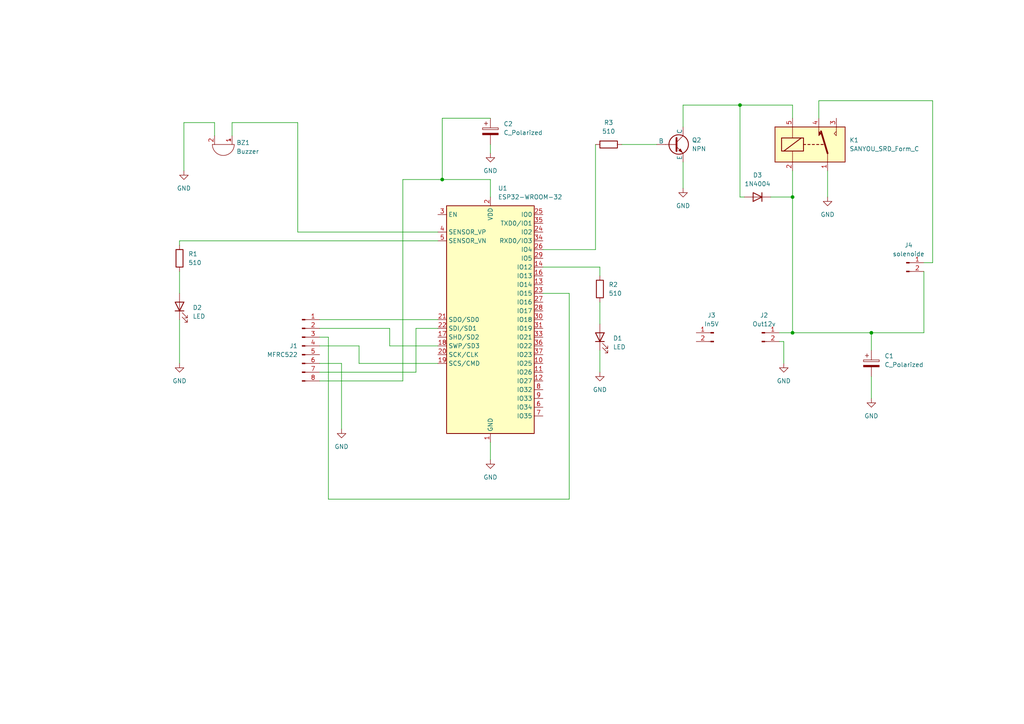
<source format=kicad_sch>
(kicad_sch (version 20230121) (generator eeschema)

  (uuid a0697c9b-f69b-423d-abcf-360d3b46956c)

  (paper "A4")

  (lib_symbols
    (symbol "Connector:Conn_01x02_Pin" (pin_names (offset 1.016) hide) (in_bom yes) (on_board yes)
      (property "Reference" "J" (at 0 2.54 0)
        (effects (font (size 1.27 1.27)))
      )
      (property "Value" "Conn_01x02_Pin" (at 0 -5.08 0)
        (effects (font (size 1.27 1.27)))
      )
      (property "Footprint" "" (at 0 0 0)
        (effects (font (size 1.27 1.27)) hide)
      )
      (property "Datasheet" "~" (at 0 0 0)
        (effects (font (size 1.27 1.27)) hide)
      )
      (property "ki_locked" "" (at 0 0 0)
        (effects (font (size 1.27 1.27)))
      )
      (property "ki_keywords" "connector" (at 0 0 0)
        (effects (font (size 1.27 1.27)) hide)
      )
      (property "ki_description" "Generic connector, single row, 01x02, script generated" (at 0 0 0)
        (effects (font (size 1.27 1.27)) hide)
      )
      (property "ki_fp_filters" "Connector*:*_1x??_*" (at 0 0 0)
        (effects (font (size 1.27 1.27)) hide)
      )
      (symbol "Conn_01x02_Pin_1_1"
        (polyline
          (pts
            (xy 1.27 -2.54)
            (xy 0.8636 -2.54)
          )
          (stroke (width 0.1524) (type default))
          (fill (type none))
        )
        (polyline
          (pts
            (xy 1.27 0)
            (xy 0.8636 0)
          )
          (stroke (width 0.1524) (type default))
          (fill (type none))
        )
        (rectangle (start 0.8636 -2.413) (end 0 -2.667)
          (stroke (width 0.1524) (type default))
          (fill (type outline))
        )
        (rectangle (start 0.8636 0.127) (end 0 -0.127)
          (stroke (width 0.1524) (type default))
          (fill (type outline))
        )
        (pin passive line (at 5.08 0 180) (length 3.81)
          (name "Pin_1" (effects (font (size 1.27 1.27))))
          (number "1" (effects (font (size 1.27 1.27))))
        )
        (pin passive line (at 5.08 -2.54 180) (length 3.81)
          (name "Pin_2" (effects (font (size 1.27 1.27))))
          (number "2" (effects (font (size 1.27 1.27))))
        )
      )
    )
    (symbol "Connector:Conn_01x08_Pin" (pin_names (offset 1.016) hide) (in_bom yes) (on_board yes)
      (property "Reference" "J" (at 0 10.16 0)
        (effects (font (size 1.27 1.27)))
      )
      (property "Value" "Conn_01x08_Pin" (at 0 -12.7 0)
        (effects (font (size 1.27 1.27)))
      )
      (property "Footprint" "" (at 0 0 0)
        (effects (font (size 1.27 1.27)) hide)
      )
      (property "Datasheet" "~" (at 0 0 0)
        (effects (font (size 1.27 1.27)) hide)
      )
      (property "ki_locked" "" (at 0 0 0)
        (effects (font (size 1.27 1.27)))
      )
      (property "ki_keywords" "connector" (at 0 0 0)
        (effects (font (size 1.27 1.27)) hide)
      )
      (property "ki_description" "Generic connector, single row, 01x08, script generated" (at 0 0 0)
        (effects (font (size 1.27 1.27)) hide)
      )
      (property "ki_fp_filters" "Connector*:*_1x??_*" (at 0 0 0)
        (effects (font (size 1.27 1.27)) hide)
      )
      (symbol "Conn_01x08_Pin_1_1"
        (polyline
          (pts
            (xy 1.27 -10.16)
            (xy 0.8636 -10.16)
          )
          (stroke (width 0.1524) (type default))
          (fill (type none))
        )
        (polyline
          (pts
            (xy 1.27 -7.62)
            (xy 0.8636 -7.62)
          )
          (stroke (width 0.1524) (type default))
          (fill (type none))
        )
        (polyline
          (pts
            (xy 1.27 -5.08)
            (xy 0.8636 -5.08)
          )
          (stroke (width 0.1524) (type default))
          (fill (type none))
        )
        (polyline
          (pts
            (xy 1.27 -2.54)
            (xy 0.8636 -2.54)
          )
          (stroke (width 0.1524) (type default))
          (fill (type none))
        )
        (polyline
          (pts
            (xy 1.27 0)
            (xy 0.8636 0)
          )
          (stroke (width 0.1524) (type default))
          (fill (type none))
        )
        (polyline
          (pts
            (xy 1.27 2.54)
            (xy 0.8636 2.54)
          )
          (stroke (width 0.1524) (type default))
          (fill (type none))
        )
        (polyline
          (pts
            (xy 1.27 5.08)
            (xy 0.8636 5.08)
          )
          (stroke (width 0.1524) (type default))
          (fill (type none))
        )
        (polyline
          (pts
            (xy 1.27 7.62)
            (xy 0.8636 7.62)
          )
          (stroke (width 0.1524) (type default))
          (fill (type none))
        )
        (rectangle (start 0.8636 -10.033) (end 0 -10.287)
          (stroke (width 0.1524) (type default))
          (fill (type outline))
        )
        (rectangle (start 0.8636 -7.493) (end 0 -7.747)
          (stroke (width 0.1524) (type default))
          (fill (type outline))
        )
        (rectangle (start 0.8636 -4.953) (end 0 -5.207)
          (stroke (width 0.1524) (type default))
          (fill (type outline))
        )
        (rectangle (start 0.8636 -2.413) (end 0 -2.667)
          (stroke (width 0.1524) (type default))
          (fill (type outline))
        )
        (rectangle (start 0.8636 0.127) (end 0 -0.127)
          (stroke (width 0.1524) (type default))
          (fill (type outline))
        )
        (rectangle (start 0.8636 2.667) (end 0 2.413)
          (stroke (width 0.1524) (type default))
          (fill (type outline))
        )
        (rectangle (start 0.8636 5.207) (end 0 4.953)
          (stroke (width 0.1524) (type default))
          (fill (type outline))
        )
        (rectangle (start 0.8636 7.747) (end 0 7.493)
          (stroke (width 0.1524) (type default))
          (fill (type outline))
        )
        (pin passive line (at 5.08 7.62 180) (length 3.81)
          (name "Pin_1" (effects (font (size 1.27 1.27))))
          (number "1" (effects (font (size 1.27 1.27))))
        )
        (pin passive line (at 5.08 5.08 180) (length 3.81)
          (name "Pin_2" (effects (font (size 1.27 1.27))))
          (number "2" (effects (font (size 1.27 1.27))))
        )
        (pin passive line (at 5.08 2.54 180) (length 3.81)
          (name "Pin_3" (effects (font (size 1.27 1.27))))
          (number "3" (effects (font (size 1.27 1.27))))
        )
        (pin passive line (at 5.08 0 180) (length 3.81)
          (name "Pin_4" (effects (font (size 1.27 1.27))))
          (number "4" (effects (font (size 1.27 1.27))))
        )
        (pin passive line (at 5.08 -2.54 180) (length 3.81)
          (name "Pin_5" (effects (font (size 1.27 1.27))))
          (number "5" (effects (font (size 1.27 1.27))))
        )
        (pin passive line (at 5.08 -5.08 180) (length 3.81)
          (name "Pin_6" (effects (font (size 1.27 1.27))))
          (number "6" (effects (font (size 1.27 1.27))))
        )
        (pin passive line (at 5.08 -7.62 180) (length 3.81)
          (name "Pin_7" (effects (font (size 1.27 1.27))))
          (number "7" (effects (font (size 1.27 1.27))))
        )
        (pin passive line (at 5.08 -10.16 180) (length 3.81)
          (name "Pin_8" (effects (font (size 1.27 1.27))))
          (number "8" (effects (font (size 1.27 1.27))))
        )
      )
    )
    (symbol "Device:Buzzer" (pin_names (offset 0.0254) hide) (in_bom yes) (on_board yes)
      (property "Reference" "BZ" (at 3.81 1.27 0)
        (effects (font (size 1.27 1.27)) (justify left))
      )
      (property "Value" "Buzzer" (at 3.81 -1.27 0)
        (effects (font (size 1.27 1.27)) (justify left))
      )
      (property "Footprint" "" (at -0.635 2.54 90)
        (effects (font (size 1.27 1.27)) hide)
      )
      (property "Datasheet" "~" (at -0.635 2.54 90)
        (effects (font (size 1.27 1.27)) hide)
      )
      (property "ki_keywords" "quartz resonator ceramic" (at 0 0 0)
        (effects (font (size 1.27 1.27)) hide)
      )
      (property "ki_description" "Buzzer, polarized" (at 0 0 0)
        (effects (font (size 1.27 1.27)) hide)
      )
      (property "ki_fp_filters" "*Buzzer*" (at 0 0 0)
        (effects (font (size 1.27 1.27)) hide)
      )
      (symbol "Buzzer_0_1"
        (arc (start 0 -3.175) (mid 3.1612 0) (end 0 3.175)
          (stroke (width 0) (type default))
          (fill (type none))
        )
        (polyline
          (pts
            (xy -1.651 1.905)
            (xy -1.143 1.905)
          )
          (stroke (width 0) (type default))
          (fill (type none))
        )
        (polyline
          (pts
            (xy -1.397 2.159)
            (xy -1.397 1.651)
          )
          (stroke (width 0) (type default))
          (fill (type none))
        )
        (polyline
          (pts
            (xy 0 3.175)
            (xy 0 -3.175)
          )
          (stroke (width 0) (type default))
          (fill (type none))
        )
      )
      (symbol "Buzzer_1_1"
        (pin passive line (at -2.54 2.54 0) (length 2.54)
          (name "-" (effects (font (size 1.27 1.27))))
          (number "1" (effects (font (size 1.27 1.27))))
        )
        (pin passive line (at -2.54 -2.54 0) (length 2.54)
          (name "+" (effects (font (size 1.27 1.27))))
          (number "2" (effects (font (size 1.27 1.27))))
        )
      )
    )
    (symbol "Device:C_Polarized" (pin_numbers hide) (pin_names (offset 0.254)) (in_bom yes) (on_board yes)
      (property "Reference" "C" (at 0.635 2.54 0)
        (effects (font (size 1.27 1.27)) (justify left))
      )
      (property "Value" "C_Polarized" (at 0.635 -2.54 0)
        (effects (font (size 1.27 1.27)) (justify left))
      )
      (property "Footprint" "" (at 0.9652 -3.81 0)
        (effects (font (size 1.27 1.27)) hide)
      )
      (property "Datasheet" "~" (at 0 0 0)
        (effects (font (size 1.27 1.27)) hide)
      )
      (property "ki_keywords" "cap capacitor" (at 0 0 0)
        (effects (font (size 1.27 1.27)) hide)
      )
      (property "ki_description" "Polarized capacitor" (at 0 0 0)
        (effects (font (size 1.27 1.27)) hide)
      )
      (property "ki_fp_filters" "CP_*" (at 0 0 0)
        (effects (font (size 1.27 1.27)) hide)
      )
      (symbol "C_Polarized_0_1"
        (rectangle (start -2.286 0.508) (end 2.286 1.016)
          (stroke (width 0) (type default))
          (fill (type none))
        )
        (polyline
          (pts
            (xy -1.778 2.286)
            (xy -0.762 2.286)
          )
          (stroke (width 0) (type default))
          (fill (type none))
        )
        (polyline
          (pts
            (xy -1.27 2.794)
            (xy -1.27 1.778)
          )
          (stroke (width 0) (type default))
          (fill (type none))
        )
        (rectangle (start 2.286 -0.508) (end -2.286 -1.016)
          (stroke (width 0) (type default))
          (fill (type outline))
        )
      )
      (symbol "C_Polarized_1_1"
        (pin passive line (at 0 3.81 270) (length 2.794)
          (name "~" (effects (font (size 1.27 1.27))))
          (number "1" (effects (font (size 1.27 1.27))))
        )
        (pin passive line (at 0 -3.81 90) (length 2.794)
          (name "~" (effects (font (size 1.27 1.27))))
          (number "2" (effects (font (size 1.27 1.27))))
        )
      )
    )
    (symbol "Device:LED" (pin_numbers hide) (pin_names (offset 1.016) hide) (in_bom yes) (on_board yes)
      (property "Reference" "D" (at 0 2.54 0)
        (effects (font (size 1.27 1.27)))
      )
      (property "Value" "LED" (at 0 -2.54 0)
        (effects (font (size 1.27 1.27)))
      )
      (property "Footprint" "" (at 0 0 0)
        (effects (font (size 1.27 1.27)) hide)
      )
      (property "Datasheet" "~" (at 0 0 0)
        (effects (font (size 1.27 1.27)) hide)
      )
      (property "ki_keywords" "LED diode" (at 0 0 0)
        (effects (font (size 1.27 1.27)) hide)
      )
      (property "ki_description" "Light emitting diode" (at 0 0 0)
        (effects (font (size 1.27 1.27)) hide)
      )
      (property "ki_fp_filters" "LED* LED_SMD:* LED_THT:*" (at 0 0 0)
        (effects (font (size 1.27 1.27)) hide)
      )
      (symbol "LED_0_1"
        (polyline
          (pts
            (xy -1.27 -1.27)
            (xy -1.27 1.27)
          )
          (stroke (width 0.254) (type default))
          (fill (type none))
        )
        (polyline
          (pts
            (xy -1.27 0)
            (xy 1.27 0)
          )
          (stroke (width 0) (type default))
          (fill (type none))
        )
        (polyline
          (pts
            (xy 1.27 -1.27)
            (xy 1.27 1.27)
            (xy -1.27 0)
            (xy 1.27 -1.27)
          )
          (stroke (width 0.254) (type default))
          (fill (type none))
        )
        (polyline
          (pts
            (xy -3.048 -0.762)
            (xy -4.572 -2.286)
            (xy -3.81 -2.286)
            (xy -4.572 -2.286)
            (xy -4.572 -1.524)
          )
          (stroke (width 0) (type default))
          (fill (type none))
        )
        (polyline
          (pts
            (xy -1.778 -0.762)
            (xy -3.302 -2.286)
            (xy -2.54 -2.286)
            (xy -3.302 -2.286)
            (xy -3.302 -1.524)
          )
          (stroke (width 0) (type default))
          (fill (type none))
        )
      )
      (symbol "LED_1_1"
        (pin passive line (at -3.81 0 0) (length 2.54)
          (name "K" (effects (font (size 1.27 1.27))))
          (number "1" (effects (font (size 1.27 1.27))))
        )
        (pin passive line (at 3.81 0 180) (length 2.54)
          (name "A" (effects (font (size 1.27 1.27))))
          (number "2" (effects (font (size 1.27 1.27))))
        )
      )
    )
    (symbol "Device:R" (pin_numbers hide) (pin_names (offset 0)) (in_bom yes) (on_board yes)
      (property "Reference" "R" (at 2.032 0 90)
        (effects (font (size 1.27 1.27)))
      )
      (property "Value" "R" (at 0 0 90)
        (effects (font (size 1.27 1.27)))
      )
      (property "Footprint" "" (at -1.778 0 90)
        (effects (font (size 1.27 1.27)) hide)
      )
      (property "Datasheet" "~" (at 0 0 0)
        (effects (font (size 1.27 1.27)) hide)
      )
      (property "ki_keywords" "R res resistor" (at 0 0 0)
        (effects (font (size 1.27 1.27)) hide)
      )
      (property "ki_description" "Resistor" (at 0 0 0)
        (effects (font (size 1.27 1.27)) hide)
      )
      (property "ki_fp_filters" "R_*" (at 0 0 0)
        (effects (font (size 1.27 1.27)) hide)
      )
      (symbol "R_0_1"
        (rectangle (start -1.016 -2.54) (end 1.016 2.54)
          (stroke (width 0.254) (type default))
          (fill (type none))
        )
      )
      (symbol "R_1_1"
        (pin passive line (at 0 3.81 270) (length 1.27)
          (name "~" (effects (font (size 1.27 1.27))))
          (number "1" (effects (font (size 1.27 1.27))))
        )
        (pin passive line (at 0 -3.81 90) (length 1.27)
          (name "~" (effects (font (size 1.27 1.27))))
          (number "2" (effects (font (size 1.27 1.27))))
        )
      )
    )
    (symbol "Diode:1N4004" (pin_numbers hide) (pin_names hide) (in_bom yes) (on_board yes)
      (property "Reference" "D" (at 0 2.54 0)
        (effects (font (size 1.27 1.27)))
      )
      (property "Value" "1N4004" (at 0 -2.54 0)
        (effects (font (size 1.27 1.27)))
      )
      (property "Footprint" "Diode_THT:D_DO-41_SOD81_P10.16mm_Horizontal" (at 0 -4.445 0)
        (effects (font (size 1.27 1.27)) hide)
      )
      (property "Datasheet" "http://www.vishay.com/docs/88503/1n4001.pdf" (at 0 0 0)
        (effects (font (size 1.27 1.27)) hide)
      )
      (property "Sim.Device" "D" (at 0 0 0)
        (effects (font (size 1.27 1.27)) hide)
      )
      (property "Sim.Pins" "1=K 2=A" (at 0 0 0)
        (effects (font (size 1.27 1.27)) hide)
      )
      (property "ki_keywords" "diode" (at 0 0 0)
        (effects (font (size 1.27 1.27)) hide)
      )
      (property "ki_description" "400V 1A General Purpose Rectifier Diode, DO-41" (at 0 0 0)
        (effects (font (size 1.27 1.27)) hide)
      )
      (property "ki_fp_filters" "D*DO?41*" (at 0 0 0)
        (effects (font (size 1.27 1.27)) hide)
      )
      (symbol "1N4004_0_1"
        (polyline
          (pts
            (xy -1.27 1.27)
            (xy -1.27 -1.27)
          )
          (stroke (width 0.254) (type default))
          (fill (type none))
        )
        (polyline
          (pts
            (xy 1.27 0)
            (xy -1.27 0)
          )
          (stroke (width 0) (type default))
          (fill (type none))
        )
        (polyline
          (pts
            (xy 1.27 1.27)
            (xy 1.27 -1.27)
            (xy -1.27 0)
            (xy 1.27 1.27)
          )
          (stroke (width 0.254) (type default))
          (fill (type none))
        )
      )
      (symbol "1N4004_1_1"
        (pin passive line (at -3.81 0 0) (length 2.54)
          (name "K" (effects (font (size 1.27 1.27))))
          (number "1" (effects (font (size 1.27 1.27))))
        )
        (pin passive line (at 3.81 0 180) (length 2.54)
          (name "A" (effects (font (size 1.27 1.27))))
          (number "2" (effects (font (size 1.27 1.27))))
        )
      )
    )
    (symbol "RF_Module:ESP32-WROOM-32" (in_bom yes) (on_board yes)
      (property "Reference" "U" (at -12.7 34.29 0)
        (effects (font (size 1.27 1.27)) (justify left))
      )
      (property "Value" "ESP32-WROOM-32" (at 1.27 34.29 0)
        (effects (font (size 1.27 1.27)) (justify left))
      )
      (property "Footprint" "RF_Module:ESP32-WROOM-32" (at 0 -38.1 0)
        (effects (font (size 1.27 1.27)) hide)
      )
      (property "Datasheet" "https://www.espressif.com/sites/default/files/documentation/esp32-wroom-32_datasheet_en.pdf" (at -7.62 1.27 0)
        (effects (font (size 1.27 1.27)) hide)
      )
      (property "ki_keywords" "RF Radio BT ESP ESP32 Espressif onboard PCB antenna" (at 0 0 0)
        (effects (font (size 1.27 1.27)) hide)
      )
      (property "ki_description" "RF Module, ESP32-D0WDQ6 SoC, Wi-Fi 802.11b/g/n, Bluetooth, BLE, 32-bit, 2.7-3.6V, onboard antenna, SMD" (at 0 0 0)
        (effects (font (size 1.27 1.27)) hide)
      )
      (property "ki_fp_filters" "ESP32?WROOM?32*" (at 0 0 0)
        (effects (font (size 1.27 1.27)) hide)
      )
      (symbol "ESP32-WROOM-32_0_1"
        (rectangle (start -12.7 33.02) (end 12.7 -33.02)
          (stroke (width 0.254) (type default))
          (fill (type background))
        )
      )
      (symbol "ESP32-WROOM-32_1_1"
        (pin power_in line (at 0 -35.56 90) (length 2.54)
          (name "GND" (effects (font (size 1.27 1.27))))
          (number "1" (effects (font (size 1.27 1.27))))
        )
        (pin bidirectional line (at 15.24 -12.7 180) (length 2.54)
          (name "IO25" (effects (font (size 1.27 1.27))))
          (number "10" (effects (font (size 1.27 1.27))))
        )
        (pin bidirectional line (at 15.24 -15.24 180) (length 2.54)
          (name "IO26" (effects (font (size 1.27 1.27))))
          (number "11" (effects (font (size 1.27 1.27))))
        )
        (pin bidirectional line (at 15.24 -17.78 180) (length 2.54)
          (name "IO27" (effects (font (size 1.27 1.27))))
          (number "12" (effects (font (size 1.27 1.27))))
        )
        (pin bidirectional line (at 15.24 10.16 180) (length 2.54)
          (name "IO14" (effects (font (size 1.27 1.27))))
          (number "13" (effects (font (size 1.27 1.27))))
        )
        (pin bidirectional line (at 15.24 15.24 180) (length 2.54)
          (name "IO12" (effects (font (size 1.27 1.27))))
          (number "14" (effects (font (size 1.27 1.27))))
        )
        (pin passive line (at 0 -35.56 90) (length 2.54) hide
          (name "GND" (effects (font (size 1.27 1.27))))
          (number "15" (effects (font (size 1.27 1.27))))
        )
        (pin bidirectional line (at 15.24 12.7 180) (length 2.54)
          (name "IO13" (effects (font (size 1.27 1.27))))
          (number "16" (effects (font (size 1.27 1.27))))
        )
        (pin bidirectional line (at -15.24 -5.08 0) (length 2.54)
          (name "SHD/SD2" (effects (font (size 1.27 1.27))))
          (number "17" (effects (font (size 1.27 1.27))))
        )
        (pin bidirectional line (at -15.24 -7.62 0) (length 2.54)
          (name "SWP/SD3" (effects (font (size 1.27 1.27))))
          (number "18" (effects (font (size 1.27 1.27))))
        )
        (pin bidirectional line (at -15.24 -12.7 0) (length 2.54)
          (name "SCS/CMD" (effects (font (size 1.27 1.27))))
          (number "19" (effects (font (size 1.27 1.27))))
        )
        (pin power_in line (at 0 35.56 270) (length 2.54)
          (name "VDD" (effects (font (size 1.27 1.27))))
          (number "2" (effects (font (size 1.27 1.27))))
        )
        (pin bidirectional line (at -15.24 -10.16 0) (length 2.54)
          (name "SCK/CLK" (effects (font (size 1.27 1.27))))
          (number "20" (effects (font (size 1.27 1.27))))
        )
        (pin bidirectional line (at -15.24 0 0) (length 2.54)
          (name "SDO/SD0" (effects (font (size 1.27 1.27))))
          (number "21" (effects (font (size 1.27 1.27))))
        )
        (pin bidirectional line (at -15.24 -2.54 0) (length 2.54)
          (name "SDI/SD1" (effects (font (size 1.27 1.27))))
          (number "22" (effects (font (size 1.27 1.27))))
        )
        (pin bidirectional line (at 15.24 7.62 180) (length 2.54)
          (name "IO15" (effects (font (size 1.27 1.27))))
          (number "23" (effects (font (size 1.27 1.27))))
        )
        (pin bidirectional line (at 15.24 25.4 180) (length 2.54)
          (name "IO2" (effects (font (size 1.27 1.27))))
          (number "24" (effects (font (size 1.27 1.27))))
        )
        (pin bidirectional line (at 15.24 30.48 180) (length 2.54)
          (name "IO0" (effects (font (size 1.27 1.27))))
          (number "25" (effects (font (size 1.27 1.27))))
        )
        (pin bidirectional line (at 15.24 20.32 180) (length 2.54)
          (name "IO4" (effects (font (size 1.27 1.27))))
          (number "26" (effects (font (size 1.27 1.27))))
        )
        (pin bidirectional line (at 15.24 5.08 180) (length 2.54)
          (name "IO16" (effects (font (size 1.27 1.27))))
          (number "27" (effects (font (size 1.27 1.27))))
        )
        (pin bidirectional line (at 15.24 2.54 180) (length 2.54)
          (name "IO17" (effects (font (size 1.27 1.27))))
          (number "28" (effects (font (size 1.27 1.27))))
        )
        (pin bidirectional line (at 15.24 17.78 180) (length 2.54)
          (name "IO5" (effects (font (size 1.27 1.27))))
          (number "29" (effects (font (size 1.27 1.27))))
        )
        (pin input line (at -15.24 30.48 0) (length 2.54)
          (name "EN" (effects (font (size 1.27 1.27))))
          (number "3" (effects (font (size 1.27 1.27))))
        )
        (pin bidirectional line (at 15.24 0 180) (length 2.54)
          (name "IO18" (effects (font (size 1.27 1.27))))
          (number "30" (effects (font (size 1.27 1.27))))
        )
        (pin bidirectional line (at 15.24 -2.54 180) (length 2.54)
          (name "IO19" (effects (font (size 1.27 1.27))))
          (number "31" (effects (font (size 1.27 1.27))))
        )
        (pin no_connect line (at -12.7 -27.94 0) (length 2.54) hide
          (name "NC" (effects (font (size 1.27 1.27))))
          (number "32" (effects (font (size 1.27 1.27))))
        )
        (pin bidirectional line (at 15.24 -5.08 180) (length 2.54)
          (name "IO21" (effects (font (size 1.27 1.27))))
          (number "33" (effects (font (size 1.27 1.27))))
        )
        (pin bidirectional line (at 15.24 22.86 180) (length 2.54)
          (name "RXD0/IO3" (effects (font (size 1.27 1.27))))
          (number "34" (effects (font (size 1.27 1.27))))
        )
        (pin bidirectional line (at 15.24 27.94 180) (length 2.54)
          (name "TXD0/IO1" (effects (font (size 1.27 1.27))))
          (number "35" (effects (font (size 1.27 1.27))))
        )
        (pin bidirectional line (at 15.24 -7.62 180) (length 2.54)
          (name "IO22" (effects (font (size 1.27 1.27))))
          (number "36" (effects (font (size 1.27 1.27))))
        )
        (pin bidirectional line (at 15.24 -10.16 180) (length 2.54)
          (name "IO23" (effects (font (size 1.27 1.27))))
          (number "37" (effects (font (size 1.27 1.27))))
        )
        (pin passive line (at 0 -35.56 90) (length 2.54) hide
          (name "GND" (effects (font (size 1.27 1.27))))
          (number "38" (effects (font (size 1.27 1.27))))
        )
        (pin passive line (at 0 -35.56 90) (length 2.54) hide
          (name "GND" (effects (font (size 1.27 1.27))))
          (number "39" (effects (font (size 1.27 1.27))))
        )
        (pin input line (at -15.24 25.4 0) (length 2.54)
          (name "SENSOR_VP" (effects (font (size 1.27 1.27))))
          (number "4" (effects (font (size 1.27 1.27))))
        )
        (pin input line (at -15.24 22.86 0) (length 2.54)
          (name "SENSOR_VN" (effects (font (size 1.27 1.27))))
          (number "5" (effects (font (size 1.27 1.27))))
        )
        (pin input line (at 15.24 -25.4 180) (length 2.54)
          (name "IO34" (effects (font (size 1.27 1.27))))
          (number "6" (effects (font (size 1.27 1.27))))
        )
        (pin input line (at 15.24 -27.94 180) (length 2.54)
          (name "IO35" (effects (font (size 1.27 1.27))))
          (number "7" (effects (font (size 1.27 1.27))))
        )
        (pin bidirectional line (at 15.24 -20.32 180) (length 2.54)
          (name "IO32" (effects (font (size 1.27 1.27))))
          (number "8" (effects (font (size 1.27 1.27))))
        )
        (pin bidirectional line (at 15.24 -22.86 180) (length 2.54)
          (name "IO33" (effects (font (size 1.27 1.27))))
          (number "9" (effects (font (size 1.27 1.27))))
        )
      )
    )
    (symbol "Relay:SANYOU_SRD_Form_C" (in_bom yes) (on_board yes)
      (property "Reference" "K" (at 11.43 3.81 0)
        (effects (font (size 1.27 1.27)) (justify left))
      )
      (property "Value" "SANYOU_SRD_Form_C" (at 11.43 1.27 0)
        (effects (font (size 1.27 1.27)) (justify left))
      )
      (property "Footprint" "Relay_THT:Relay_SPDT_SANYOU_SRD_Series_Form_C" (at 11.43 -1.27 0)
        (effects (font (size 1.27 1.27)) (justify left) hide)
      )
      (property "Datasheet" "http://www.sanyourelay.ca/public/products/pdf/SRD.pdf" (at 0 0 0)
        (effects (font (size 1.27 1.27)) hide)
      )
      (property "ki_keywords" "Single Pole Relay SPDT" (at 0 0 0)
        (effects (font (size 1.27 1.27)) hide)
      )
      (property "ki_description" "Sanyo SRD relay, Single Pole Miniature Power Relay," (at 0 0 0)
        (effects (font (size 1.27 1.27)) hide)
      )
      (property "ki_fp_filters" "Relay*SPDT*SANYOU*SRD*Series*Form*C*" (at 0 0 0)
        (effects (font (size 1.27 1.27)) hide)
      )
      (symbol "SANYOU_SRD_Form_C_0_0"
        (polyline
          (pts
            (xy 7.62 5.08)
            (xy 7.62 2.54)
            (xy 6.985 3.175)
            (xy 7.62 3.81)
          )
          (stroke (width 0) (type default))
          (fill (type none))
        )
      )
      (symbol "SANYOU_SRD_Form_C_0_1"
        (rectangle (start -10.16 5.08) (end 10.16 -5.08)
          (stroke (width 0.254) (type default))
          (fill (type background))
        )
        (rectangle (start -8.255 1.905) (end -1.905 -1.905)
          (stroke (width 0.254) (type default))
          (fill (type none))
        )
        (polyline
          (pts
            (xy -7.62 -1.905)
            (xy -2.54 1.905)
          )
          (stroke (width 0.254) (type default))
          (fill (type none))
        )
        (polyline
          (pts
            (xy -5.08 -5.08)
            (xy -5.08 -1.905)
          )
          (stroke (width 0) (type default))
          (fill (type none))
        )
        (polyline
          (pts
            (xy -5.08 5.08)
            (xy -5.08 1.905)
          )
          (stroke (width 0) (type default))
          (fill (type none))
        )
        (polyline
          (pts
            (xy -1.905 0)
            (xy -1.27 0)
          )
          (stroke (width 0.254) (type default))
          (fill (type none))
        )
        (polyline
          (pts
            (xy -0.635 0)
            (xy 0 0)
          )
          (stroke (width 0.254) (type default))
          (fill (type none))
        )
        (polyline
          (pts
            (xy 0.635 0)
            (xy 1.27 0)
          )
          (stroke (width 0.254) (type default))
          (fill (type none))
        )
        (polyline
          (pts
            (xy 1.905 0)
            (xy 2.54 0)
          )
          (stroke (width 0.254) (type default))
          (fill (type none))
        )
        (polyline
          (pts
            (xy 3.175 0)
            (xy 3.81 0)
          )
          (stroke (width 0.254) (type default))
          (fill (type none))
        )
        (polyline
          (pts
            (xy 5.08 -2.54)
            (xy 3.175 3.81)
          )
          (stroke (width 0.508) (type default))
          (fill (type none))
        )
        (polyline
          (pts
            (xy 5.08 -2.54)
            (xy 5.08 -5.08)
          )
          (stroke (width 0) (type default))
          (fill (type none))
        )
      )
      (symbol "SANYOU_SRD_Form_C_1_1"
        (polyline
          (pts
            (xy 2.54 3.81)
            (xy 3.175 3.175)
            (xy 2.54 2.54)
            (xy 2.54 5.08)
          )
          (stroke (width 0) (type default))
          (fill (type outline))
        )
        (pin passive line (at 5.08 -7.62 90) (length 2.54)
          (name "~" (effects (font (size 1.27 1.27))))
          (number "1" (effects (font (size 1.27 1.27))))
        )
        (pin passive line (at -5.08 -7.62 90) (length 2.54)
          (name "~" (effects (font (size 1.27 1.27))))
          (number "2" (effects (font (size 1.27 1.27))))
        )
        (pin passive line (at 7.62 7.62 270) (length 2.54)
          (name "~" (effects (font (size 1.27 1.27))))
          (number "3" (effects (font (size 1.27 1.27))))
        )
        (pin passive line (at 2.54 7.62 270) (length 2.54)
          (name "~" (effects (font (size 1.27 1.27))))
          (number "4" (effects (font (size 1.27 1.27))))
        )
        (pin passive line (at -5.08 7.62 270) (length 2.54)
          (name "~" (effects (font (size 1.27 1.27))))
          (number "5" (effects (font (size 1.27 1.27))))
        )
      )
    )
    (symbol "Simulation_SPICE:NPN" (pin_numbers hide) (pin_names (offset 0)) (in_bom yes) (on_board yes)
      (property "Reference" "Q" (at -2.54 7.62 0)
        (effects (font (size 1.27 1.27)))
      )
      (property "Value" "NPN" (at -2.54 5.08 0)
        (effects (font (size 1.27 1.27)))
      )
      (property "Footprint" "" (at 63.5 0 0)
        (effects (font (size 1.27 1.27)) hide)
      )
      (property "Datasheet" "~" (at 63.5 0 0)
        (effects (font (size 1.27 1.27)) hide)
      )
      (property "Sim.Device" "NPN" (at 0 0 0)
        (effects (font (size 1.27 1.27)) hide)
      )
      (property "Sim.Type" "GUMMELPOON" (at 0 0 0)
        (effects (font (size 1.27 1.27)) hide)
      )
      (property "Sim.Pins" "1=C 2=B 3=E" (at 0 0 0)
        (effects (font (size 1.27 1.27)) hide)
      )
      (property "ki_keywords" "simulation" (at 0 0 0)
        (effects (font (size 1.27 1.27)) hide)
      )
      (property "ki_description" "Bipolar transistor symbol for simulation only, substrate tied to the emitter" (at 0 0 0)
        (effects (font (size 1.27 1.27)) hide)
      )
      (symbol "NPN_0_1"
        (polyline
          (pts
            (xy -2.54 0)
            (xy 0.635 0)
          )
          (stroke (width 0.1524) (type default))
          (fill (type none))
        )
        (polyline
          (pts
            (xy 0.635 0.635)
            (xy 2.54 2.54)
          )
          (stroke (width 0) (type default))
          (fill (type none))
        )
        (polyline
          (pts
            (xy 2.794 -1.27)
            (xy 2.794 -1.27)
          )
          (stroke (width 0.1524) (type default))
          (fill (type none))
        )
        (polyline
          (pts
            (xy 2.794 -1.27)
            (xy 2.794 -1.27)
          )
          (stroke (width 0.1524) (type default))
          (fill (type none))
        )
        (polyline
          (pts
            (xy 0.635 -0.635)
            (xy 2.54 -2.54)
            (xy 2.54 -2.54)
          )
          (stroke (width 0) (type default))
          (fill (type none))
        )
        (polyline
          (pts
            (xy 0.635 1.905)
            (xy 0.635 -1.905)
            (xy 0.635 -1.905)
          )
          (stroke (width 0.508) (type default))
          (fill (type none))
        )
        (polyline
          (pts
            (xy 1.27 -1.778)
            (xy 1.778 -1.27)
            (xy 2.286 -2.286)
            (xy 1.27 -1.778)
            (xy 1.27 -1.778)
          )
          (stroke (width 0) (type default))
          (fill (type outline))
        )
        (circle (center 1.27 0) (radius 2.8194)
          (stroke (width 0.254) (type default))
          (fill (type none))
        )
      )
      (symbol "NPN_1_1"
        (pin open_collector line (at 2.54 5.08 270) (length 2.54)
          (name "C" (effects (font (size 1.27 1.27))))
          (number "1" (effects (font (size 1.27 1.27))))
        )
        (pin input line (at -5.08 0 0) (length 2.54)
          (name "B" (effects (font (size 1.27 1.27))))
          (number "2" (effects (font (size 1.27 1.27))))
        )
        (pin open_emitter line (at 2.54 -5.08 90) (length 2.54)
          (name "E" (effects (font (size 1.27 1.27))))
          (number "3" (effects (font (size 1.27 1.27))))
        )
      )
    )
    (symbol "power:GND" (power) (pin_names (offset 0)) (in_bom yes) (on_board yes)
      (property "Reference" "#PWR" (at 0 -6.35 0)
        (effects (font (size 1.27 1.27)) hide)
      )
      (property "Value" "GND" (at 0 -3.81 0)
        (effects (font (size 1.27 1.27)))
      )
      (property "Footprint" "" (at 0 0 0)
        (effects (font (size 1.27 1.27)) hide)
      )
      (property "Datasheet" "" (at 0 0 0)
        (effects (font (size 1.27 1.27)) hide)
      )
      (property "ki_keywords" "global power" (at 0 0 0)
        (effects (font (size 1.27 1.27)) hide)
      )
      (property "ki_description" "Power symbol creates a global label with name \"GND\" , ground" (at 0 0 0)
        (effects (font (size 1.27 1.27)) hide)
      )
      (symbol "GND_0_1"
        (polyline
          (pts
            (xy 0 0)
            (xy 0 -1.27)
            (xy 1.27 -1.27)
            (xy 0 -2.54)
            (xy -1.27 -1.27)
            (xy 0 -1.27)
          )
          (stroke (width 0) (type default))
          (fill (type none))
        )
      )
      (symbol "GND_1_1"
        (pin power_in line (at 0 0 270) (length 0) hide
          (name "GND" (effects (font (size 1.27 1.27))))
          (number "1" (effects (font (size 1.27 1.27))))
        )
      )
    )
  )

  (junction (at 229.87 96.52) (diameter 0) (color 0 0 0 0)
    (uuid 15aec47a-1f87-444f-b57f-65626250d9f3)
  )
  (junction (at 229.87 57.15) (diameter 0) (color 0 0 0 0)
    (uuid 19d3b570-dc07-48da-9df3-afc6eaf0568a)
  )
  (junction (at 214.63 30.48) (diameter 0) (color 0 0 0 0)
    (uuid 27b06cb4-7543-419b-baef-346d0957bf81)
  )
  (junction (at 252.73 96.52) (diameter 0) (color 0 0 0 0)
    (uuid 8a92dcdb-0bf5-4505-85fa-fc356f1e51b7)
  )
  (junction (at 128.27 52.07) (diameter 0) (color 0 0 0 0)
    (uuid c940b0f4-a5d3-42de-a6b9-df5fc10e6e5c)
  )

  (wire (pts (xy 173.99 101.6) (xy 173.99 107.95))
    (stroke (width 0) (type default))
    (uuid 0392609a-2994-48ba-9995-8b96585e2bef)
  )
  (wire (pts (xy 237.49 29.21) (xy 270.51 29.21))
    (stroke (width 0) (type default))
    (uuid 09e55403-7e11-4f0d-9949-e5c37220b7d6)
  )
  (wire (pts (xy 229.87 30.48) (xy 229.87 34.29))
    (stroke (width 0) (type default))
    (uuid 0d67976e-d8b5-4dd9-91d1-b6331c7f49c2)
  )
  (wire (pts (xy 142.24 41.91) (xy 142.24 44.45))
    (stroke (width 0) (type default))
    (uuid 13c7394e-04a6-44b5-baa6-8cbc5f442978)
  )
  (wire (pts (xy 229.87 57.15) (xy 229.87 49.53))
    (stroke (width 0) (type default))
    (uuid 15f55e99-0abb-479d-91ef-f2246998dc36)
  )
  (wire (pts (xy 92.71 97.79) (xy 95.25 97.79))
    (stroke (width 0) (type default))
    (uuid 16acc951-3bf2-423c-93d2-a504636f4746)
  )
  (wire (pts (xy 227.33 99.06) (xy 227.33 105.41))
    (stroke (width 0) (type default))
    (uuid 1aa20253-4f18-49f3-bb5e-b653cb7d9208)
  )
  (wire (pts (xy 67.31 39.37) (xy 67.31 35.56))
    (stroke (width 0) (type default))
    (uuid 211cde01-9943-464f-8fa9-7da923bd5990)
  )
  (wire (pts (xy 116.84 52.07) (xy 128.27 52.07))
    (stroke (width 0) (type default))
    (uuid 249cc28f-199f-4d1a-be43-512f42c8250d)
  )
  (wire (pts (xy 92.71 92.71) (xy 127 92.71))
    (stroke (width 0) (type default))
    (uuid 2e353c1a-40b5-4827-bd89-76d4c889f2fa)
  )
  (wire (pts (xy 104.14 105.41) (xy 127 105.41))
    (stroke (width 0) (type default))
    (uuid 2f13585a-d8f6-4a03-94be-933ae00257ab)
  )
  (wire (pts (xy 226.06 99.06) (xy 227.33 99.06))
    (stroke (width 0) (type default))
    (uuid 31f68dbd-73e1-42fc-91fa-562dfe0abb31)
  )
  (wire (pts (xy 52.07 92.71) (xy 52.07 105.41))
    (stroke (width 0) (type default))
    (uuid 32e76cd5-c785-4b2f-97fa-ea66e888b790)
  )
  (wire (pts (xy 198.12 30.48) (xy 214.63 30.48))
    (stroke (width 0) (type default))
    (uuid 3300dce5-a10d-459c-aa25-cdf09afa38e6)
  )
  (wire (pts (xy 92.71 105.41) (xy 99.06 105.41))
    (stroke (width 0) (type default))
    (uuid 42b9be69-1cdc-47ee-8b60-9cdd0dbabad4)
  )
  (wire (pts (xy 142.24 34.29) (xy 128.27 34.29))
    (stroke (width 0) (type default))
    (uuid 43f8602c-67b8-47f5-a492-2dc2b3e58dcf)
  )
  (wire (pts (xy 99.06 105.41) (xy 99.06 124.46))
    (stroke (width 0) (type default))
    (uuid 4e44a2a9-5d1c-4dd7-8f51-4aa85d312f92)
  )
  (wire (pts (xy 142.24 52.07) (xy 142.24 57.15))
    (stroke (width 0) (type default))
    (uuid 55cbfde3-c111-4f58-b9ab-bf09fa6314a5)
  )
  (wire (pts (xy 52.07 78.74) (xy 52.07 85.09))
    (stroke (width 0) (type default))
    (uuid 5bca99a3-3392-4f3d-8951-eeb7b230b4c9)
  )
  (wire (pts (xy 180.34 41.91) (xy 190.5 41.91))
    (stroke (width 0) (type default))
    (uuid 5d87e04b-a7b8-4b4b-81ec-b4b05433190a)
  )
  (wire (pts (xy 95.25 144.78) (xy 165.1 144.78))
    (stroke (width 0) (type default))
    (uuid 5eaefb4c-4448-4a38-8e41-825f0340a005)
  )
  (wire (pts (xy 67.31 35.56) (xy 86.36 35.56))
    (stroke (width 0) (type default))
    (uuid 6028118a-217b-4dd9-b49b-8e38fea18716)
  )
  (wire (pts (xy 120.65 107.95) (xy 120.65 95.25))
    (stroke (width 0) (type default))
    (uuid 64a0699d-4a95-45a5-99b8-e2c72ed1c50e)
  )
  (wire (pts (xy 120.65 95.25) (xy 127 95.25))
    (stroke (width 0) (type default))
    (uuid 64b7c16d-e0d8-400a-b62e-f9576efd4cd2)
  )
  (wire (pts (xy 252.73 96.52) (xy 229.87 96.52))
    (stroke (width 0) (type default))
    (uuid 69ba1021-32a9-4a2c-a312-a2a0f16dd948)
  )
  (wire (pts (xy 198.12 46.99) (xy 198.12 54.61))
    (stroke (width 0) (type default))
    (uuid 6afa1b73-417b-4415-8c04-7a4c23e8fe1c)
  )
  (wire (pts (xy 173.99 77.47) (xy 173.99 80.01))
    (stroke (width 0) (type default))
    (uuid 6c62ad18-007b-4519-929b-c1786dab399b)
  )
  (wire (pts (xy 267.97 96.52) (xy 252.73 96.52))
    (stroke (width 0) (type default))
    (uuid 7358be85-1170-467e-87e2-eab343af56af)
  )
  (wire (pts (xy 157.48 72.39) (xy 172.72 72.39))
    (stroke (width 0) (type default))
    (uuid 774ae87d-9b19-4944-b806-1abe91ba7b49)
  )
  (wire (pts (xy 223.52 57.15) (xy 229.87 57.15))
    (stroke (width 0) (type default))
    (uuid 792d0b4c-6cb1-4a2d-ba41-394e5327f294)
  )
  (wire (pts (xy 267.97 78.74) (xy 267.97 96.52))
    (stroke (width 0) (type default))
    (uuid 808428c7-3e44-4a62-8339-3dc3def687ce)
  )
  (wire (pts (xy 95.25 97.79) (xy 95.25 144.78))
    (stroke (width 0) (type default))
    (uuid 8829a88c-61d9-4ce9-b5f2-63e4e432f72f)
  )
  (wire (pts (xy 62.23 35.56) (xy 53.34 35.56))
    (stroke (width 0) (type default))
    (uuid 8cae8ffe-360a-4eb8-9cf5-5f19d36125ba)
  )
  (wire (pts (xy 214.63 30.48) (xy 229.87 30.48))
    (stroke (width 0) (type default))
    (uuid 8d1f1839-a578-4a95-bf33-649389e401ff)
  )
  (wire (pts (xy 52.07 69.85) (xy 127 69.85))
    (stroke (width 0) (type default))
    (uuid 8e00d35c-5d4c-4800-95b4-1d0adf163b68)
  )
  (wire (pts (xy 270.51 76.2) (xy 267.97 76.2))
    (stroke (width 0) (type default))
    (uuid 8e871238-151f-49c6-836b-b3b310551f6f)
  )
  (wire (pts (xy 226.06 96.52) (xy 229.87 96.52))
    (stroke (width 0) (type default))
    (uuid 909fe69d-f863-4389-ba2d-c4871188a7d8)
  )
  (wire (pts (xy 229.87 57.15) (xy 229.87 96.52))
    (stroke (width 0) (type default))
    (uuid 915bf772-011a-4c50-8936-10f9c31d3be4)
  )
  (wire (pts (xy 172.72 72.39) (xy 172.72 41.91))
    (stroke (width 0) (type default))
    (uuid 936b77ea-ba7e-488a-8328-9d13d0924033)
  )
  (wire (pts (xy 62.23 39.37) (xy 62.23 35.56))
    (stroke (width 0) (type default))
    (uuid 98a7453c-46f2-4846-a1a3-50b322ea9b47)
  )
  (wire (pts (xy 252.73 109.22) (xy 252.73 115.57))
    (stroke (width 0) (type default))
    (uuid 9a4ad298-182a-4e62-bce9-56761e2a4aa8)
  )
  (wire (pts (xy 270.51 29.21) (xy 270.51 76.2))
    (stroke (width 0) (type default))
    (uuid 9bef5194-d2b9-461b-94f1-ce7c7943c7be)
  )
  (wire (pts (xy 157.48 77.47) (xy 173.99 77.47))
    (stroke (width 0) (type default))
    (uuid 9cf3ab43-6907-4ddd-b0c4-4b620aef1868)
  )
  (wire (pts (xy 104.14 100.33) (xy 104.14 105.41))
    (stroke (width 0) (type default))
    (uuid 9ef5ea43-f8c7-4439-9e88-e2953e9fa14f)
  )
  (wire (pts (xy 173.99 87.63) (xy 173.99 93.98))
    (stroke (width 0) (type default))
    (uuid a5627ea1-bfce-4bec-8730-74c88973fc4c)
  )
  (wire (pts (xy 214.63 57.15) (xy 214.63 30.48))
    (stroke (width 0) (type default))
    (uuid a77e5078-b5c8-4795-bf7c-2874cf929c9f)
  )
  (wire (pts (xy 92.71 100.33) (xy 104.14 100.33))
    (stroke (width 0) (type default))
    (uuid ad7a2d9e-d3d3-4a92-bdcd-9c340a18043a)
  )
  (wire (pts (xy 52.07 71.12) (xy 52.07 69.85))
    (stroke (width 0) (type default))
    (uuid b3180f27-9573-4bc2-820d-8f8e2d47831b)
  )
  (wire (pts (xy 252.73 96.52) (xy 252.73 101.6))
    (stroke (width 0) (type default))
    (uuid b4de397c-bda7-4258-b26c-5c2ef2b9b759)
  )
  (wire (pts (xy 113.03 100.33) (xy 127 100.33))
    (stroke (width 0) (type default))
    (uuid b6d7f0e9-1d9f-49b9-aa46-f2d9b7ce7bb4)
  )
  (wire (pts (xy 165.1 144.78) (xy 165.1 85.09))
    (stroke (width 0) (type default))
    (uuid ba422787-eef3-432d-bdf6-b92f187bde7f)
  )
  (wire (pts (xy 128.27 52.07) (xy 142.24 52.07))
    (stroke (width 0) (type default))
    (uuid bdd6a40c-3e58-458a-b2bb-a26e0e5d82d7)
  )
  (wire (pts (xy 165.1 85.09) (xy 157.48 85.09))
    (stroke (width 0) (type default))
    (uuid bdd92d75-66aa-4efb-938e-8e18b60ad259)
  )
  (wire (pts (xy 198.12 36.83) (xy 198.12 30.48))
    (stroke (width 0) (type default))
    (uuid c0f00911-cb9c-4bcc-b6f1-3638279f9b63)
  )
  (wire (pts (xy 86.36 35.56) (xy 86.36 67.31))
    (stroke (width 0) (type default))
    (uuid c3e877d1-d698-44c6-b078-c3c9be68063b)
  )
  (wire (pts (xy 113.03 95.25) (xy 113.03 100.33))
    (stroke (width 0) (type default))
    (uuid cece5e28-5d06-486c-8c70-b31fb9f4c457)
  )
  (wire (pts (xy 92.71 107.95) (xy 120.65 107.95))
    (stroke (width 0) (type default))
    (uuid d0bb6137-2adf-49bd-bedb-d08822706ec6)
  )
  (wire (pts (xy 215.9 57.15) (xy 214.63 57.15))
    (stroke (width 0) (type default))
    (uuid d7cb066a-b170-4019-8ad1-5333adfa970e)
  )
  (wire (pts (xy 237.49 34.29) (xy 237.49 29.21))
    (stroke (width 0) (type default))
    (uuid d813471d-2144-4b29-9da1-c79e852f15fc)
  )
  (wire (pts (xy 86.36 67.31) (xy 127 67.31))
    (stroke (width 0) (type default))
    (uuid d830f209-062c-4ccb-9554-1f3c2bee4d0d)
  )
  (wire (pts (xy 142.24 128.27) (xy 142.24 133.35))
    (stroke (width 0) (type default))
    (uuid e9f8fe86-6d5b-4f10-8188-9b83e556f18e)
  )
  (wire (pts (xy 92.71 95.25) (xy 113.03 95.25))
    (stroke (width 0) (type default))
    (uuid f04423da-34ae-4e09-ab23-48beb0d2baac)
  )
  (wire (pts (xy 116.84 110.49) (xy 116.84 52.07))
    (stroke (width 0) (type default))
    (uuid f48af71b-e93b-44ca-b5d7-03954a4fe6ba)
  )
  (wire (pts (xy 240.03 49.53) (xy 240.03 57.15))
    (stroke (width 0) (type default))
    (uuid f6d53fa0-4bd0-4adb-9158-8261c992825f)
  )
  (wire (pts (xy 128.27 34.29) (xy 128.27 52.07))
    (stroke (width 0) (type default))
    (uuid f6ee8dc5-c71c-411f-87da-c7baba4a89cc)
  )
  (wire (pts (xy 53.34 35.56) (xy 53.34 49.53))
    (stroke (width 0) (type default))
    (uuid fd8cb770-a942-4fc2-9a79-1f746e61dfa8)
  )
  (wire (pts (xy 92.71 110.49) (xy 116.84 110.49))
    (stroke (width 0) (type default))
    (uuid ff960cf2-5fb7-46dc-a5a2-f0ba3c7082e0)
  )

  (symbol (lib_id "Device:R") (at 173.99 83.82 0) (unit 1)
    (in_bom yes) (on_board yes) (dnp no) (fields_autoplaced)
    (uuid 00e98a5f-0619-40de-96dc-57426f57c763)
    (property "Reference" "R2" (at 176.53 82.55 0)
      (effects (font (size 1.27 1.27)) (justify left))
    )
    (property "Value" "510" (at 176.53 85.09 0)
      (effects (font (size 1.27 1.27)) (justify left))
    )
    (property "Footprint" "" (at 172.212 83.82 90)
      (effects (font (size 1.27 1.27)) hide)
    )
    (property "Datasheet" "~" (at 173.99 83.82 0)
      (effects (font (size 1.27 1.27)) hide)
    )
    (pin "1" (uuid 86ffafd4-0bcb-4a71-88ac-b9115131090e))
    (pin "2" (uuid 5997cfdc-459c-4382-a114-a5a634692592))
    (instances
      (project "si"
        (path "/a0697c9b-f69b-423d-abcf-360d3b46956c"
          (reference "R2") (unit 1)
        )
      )
    )
  )

  (symbol (lib_id "Device:C_Polarized") (at 252.73 105.41 0) (unit 1)
    (in_bom yes) (on_board yes) (dnp no) (fields_autoplaced)
    (uuid 0525dd3a-4acf-41ea-8efb-5322caafca1e)
    (property "Reference" "C1" (at 256.54 103.251 0)
      (effects (font (size 1.27 1.27)) (justify left))
    )
    (property "Value" "C_Polarized" (at 256.54 105.791 0)
      (effects (font (size 1.27 1.27)) (justify left))
    )
    (property "Footprint" "" (at 253.6952 109.22 0)
      (effects (font (size 1.27 1.27)) hide)
    )
    (property "Datasheet" "~" (at 252.73 105.41 0)
      (effects (font (size 1.27 1.27)) hide)
    )
    (pin "1" (uuid e29e7cc7-28e2-4153-bda3-cbbe189d29c1))
    (pin "2" (uuid 1583e040-46ac-4775-a5dc-6d431da9905f))
    (instances
      (project "si"
        (path "/a0697c9b-f69b-423d-abcf-360d3b46956c"
          (reference "C1") (unit 1)
        )
      )
    )
  )

  (symbol (lib_id "Connector:Conn_01x08_Pin") (at 87.63 100.33 0) (unit 1)
    (in_bom yes) (on_board yes) (dnp no)
    (uuid 1a9c61c1-fd7c-4507-8681-86a41186a864)
    (property "Reference" "J1" (at 86.36 100.33 0)
      (effects (font (size 1.27 1.27)) (justify right))
    )
    (property "Value" "MFRC522" (at 86.36 102.87 0)
      (effects (font (size 1.27 1.27)) (justify right))
    )
    (property "Footprint" "" (at 87.63 100.33 0)
      (effects (font (size 1.27 1.27)) hide)
    )
    (property "Datasheet" "~" (at 87.63 100.33 0)
      (effects (font (size 1.27 1.27)) hide)
    )
    (pin "1" (uuid b244a7d9-9ffe-4a95-8320-f651e9f1113e))
    (pin "2" (uuid c232d0f8-9b7e-493b-8647-01654ecfa41c))
    (pin "3" (uuid 9253e00d-84e7-43a5-8fd4-e242a3ae67c6))
    (pin "4" (uuid 5fc0102e-4f94-4d36-a861-2749723d7a9a))
    (pin "5" (uuid e844b29c-18e1-44ee-aef0-08ded0eb661c))
    (pin "6" (uuid 2b2d9aab-e40c-454d-a255-84309b3f057f))
    (pin "7" (uuid 4783af1f-8753-45e4-b77f-fe51bf8a8cb5))
    (pin "8" (uuid eb77c3da-42db-4aaa-9c2b-ef61c36a290a))
    (instances
      (project "si"
        (path "/a0697c9b-f69b-423d-abcf-360d3b46956c"
          (reference "J1") (unit 1)
        )
      )
    )
  )

  (symbol (lib_id "Device:LED") (at 52.07 88.9 90) (unit 1)
    (in_bom yes) (on_board yes) (dnp no) (fields_autoplaced)
    (uuid 1aaba840-b927-4fc3-b282-39a443564b29)
    (property "Reference" "D2" (at 55.88 89.2175 90)
      (effects (font (size 1.27 1.27)) (justify right))
    )
    (property "Value" "LED" (at 55.88 91.7575 90)
      (effects (font (size 1.27 1.27)) (justify right))
    )
    (property "Footprint" "" (at 52.07 88.9 0)
      (effects (font (size 1.27 1.27)) hide)
    )
    (property "Datasheet" "~" (at 52.07 88.9 0)
      (effects (font (size 1.27 1.27)) hide)
    )
    (pin "1" (uuid 9fb8e24d-45ef-4607-a83e-9d1e66701d1b))
    (pin "2" (uuid 2c87b4a5-d5ec-4025-8292-ebd4fa9941c1))
    (instances
      (project "si"
        (path "/a0697c9b-f69b-423d-abcf-360d3b46956c"
          (reference "D2") (unit 1)
        )
      )
    )
  )

  (symbol (lib_id "power:GND") (at 142.24 133.35 0) (unit 1)
    (in_bom yes) (on_board yes) (dnp no) (fields_autoplaced)
    (uuid 24d80c0f-2e1d-446b-be9a-098970265c68)
    (property "Reference" "#PWR02" (at 142.24 139.7 0)
      (effects (font (size 1.27 1.27)) hide)
    )
    (property "Value" "GND" (at 142.24 138.43 0)
      (effects (font (size 1.27 1.27)))
    )
    (property "Footprint" "" (at 142.24 133.35 0)
      (effects (font (size 1.27 1.27)) hide)
    )
    (property "Datasheet" "" (at 142.24 133.35 0)
      (effects (font (size 1.27 1.27)) hide)
    )
    (pin "1" (uuid e0a0bd88-df0e-4f21-b7b2-8d345f974718))
    (instances
      (project "si"
        (path "/a0697c9b-f69b-423d-abcf-360d3b46956c"
          (reference "#PWR02") (unit 1)
        )
      )
    )
  )

  (symbol (lib_id "power:GND") (at 227.33 105.41 0) (unit 1)
    (in_bom yes) (on_board yes) (dnp no) (fields_autoplaced)
    (uuid 25ff0109-5550-4131-80d7-e4cb7369a69d)
    (property "Reference" "#PWR08" (at 227.33 111.76 0)
      (effects (font (size 1.27 1.27)) hide)
    )
    (property "Value" "GND" (at 227.33 110.49 0)
      (effects (font (size 1.27 1.27)))
    )
    (property "Footprint" "" (at 227.33 105.41 0)
      (effects (font (size 1.27 1.27)) hide)
    )
    (property "Datasheet" "" (at 227.33 105.41 0)
      (effects (font (size 1.27 1.27)) hide)
    )
    (pin "1" (uuid 8e04395c-0531-4160-8ba2-c63c9e452f8b))
    (instances
      (project "si"
        (path "/a0697c9b-f69b-423d-abcf-360d3b46956c"
          (reference "#PWR08") (unit 1)
        )
      )
    )
  )

  (symbol (lib_id "Diode:1N4004") (at 219.71 57.15 180) (unit 1)
    (in_bom yes) (on_board yes) (dnp no) (fields_autoplaced)
    (uuid 27957bf3-9bd5-439f-92cf-8313e0615237)
    (property "Reference" "D3" (at 219.71 50.8 0)
      (effects (font (size 1.27 1.27)))
    )
    (property "Value" "1N4004" (at 219.71 53.34 0)
      (effects (font (size 1.27 1.27)))
    )
    (property "Footprint" "Diode_THT:D_DO-41_SOD81_P10.16mm_Horizontal" (at 219.71 52.705 0)
      (effects (font (size 1.27 1.27)) hide)
    )
    (property "Datasheet" "http://www.vishay.com/docs/88503/1n4001.pdf" (at 219.71 57.15 0)
      (effects (font (size 1.27 1.27)) hide)
    )
    (property "Sim.Device" "D" (at 219.71 57.15 0)
      (effects (font (size 1.27 1.27)) hide)
    )
    (property "Sim.Pins" "1=K 2=A" (at 219.71 57.15 0)
      (effects (font (size 1.27 1.27)) hide)
    )
    (pin "1" (uuid a6395a6b-3ea8-488c-92e8-985f26e05a76))
    (pin "2" (uuid cd0519fe-bf65-4003-af40-a8cb1149eb71))
    (instances
      (project "si"
        (path "/a0697c9b-f69b-423d-abcf-360d3b46956c"
          (reference "D3") (unit 1)
        )
      )
    )
  )

  (symbol (lib_id "Connector:Conn_01x02_Pin") (at 262.89 76.2 0) (unit 1)
    (in_bom yes) (on_board yes) (dnp no) (fields_autoplaced)
    (uuid 2b087524-97d0-4606-8d65-7e2c74f02184)
    (property "Reference" "J4" (at 263.525 71.12 0)
      (effects (font (size 1.27 1.27)))
    )
    (property "Value" "solenoide" (at 263.525 73.66 0)
      (effects (font (size 1.27 1.27)))
    )
    (property "Footprint" "" (at 262.89 76.2 0)
      (effects (font (size 1.27 1.27)) hide)
    )
    (property "Datasheet" "~" (at 262.89 76.2 0)
      (effects (font (size 1.27 1.27)) hide)
    )
    (pin "1" (uuid aa33508f-7697-44b0-9021-0aa476d43e4d))
    (pin "2" (uuid 9e7fa377-72f0-40d8-bd0c-36eed113ade4))
    (instances
      (project "si"
        (path "/a0697c9b-f69b-423d-abcf-360d3b46956c"
          (reference "J4") (unit 1)
        )
      )
    )
  )

  (symbol (lib_id "RF_Module:ESP32-WROOM-32") (at 142.24 92.71 0) (unit 1)
    (in_bom yes) (on_board yes) (dnp no) (fields_autoplaced)
    (uuid 31f4061b-8a5e-441c-a437-05530442bc77)
    (property "Reference" "U1" (at 144.4341 54.61 0)
      (effects (font (size 1.27 1.27)) (justify left))
    )
    (property "Value" "ESP32-WROOM-32" (at 144.4341 57.15 0)
      (effects (font (size 1.27 1.27)) (justify left))
    )
    (property "Footprint" "RF_Module:ESP32-WROOM-32" (at 142.24 130.81 0)
      (effects (font (size 1.27 1.27)) hide)
    )
    (property "Datasheet" "https://www.espressif.com/sites/default/files/documentation/esp32-wroom-32_datasheet_en.pdf" (at 134.62 91.44 0)
      (effects (font (size 1.27 1.27)) hide)
    )
    (pin "1" (uuid e5bf700e-e3b4-4de2-aec1-4405eda80be7))
    (pin "10" (uuid a3b5314c-c53c-4272-92c5-5c8bdbf83412))
    (pin "11" (uuid b0058da1-611f-4a6a-bcdd-8e53b808057c))
    (pin "12" (uuid 10c96f9f-c9f9-4b2b-ba0d-3850dfb180d4))
    (pin "13" (uuid a8aee168-af12-4434-b4d5-de4c7e34df05))
    (pin "14" (uuid a656e194-05d3-4131-a885-dbef1535900c))
    (pin "15" (uuid 1db19de0-fc5d-4d7a-9a76-3cfab1a2ad48))
    (pin "16" (uuid 07db0f8b-103a-447a-85a3-9847fa84104b))
    (pin "17" (uuid 5c2516c9-fcba-41e0-989c-c7013e67ff50))
    (pin "18" (uuid 42a1906d-9bf1-42ac-b009-fa158e61ca4d))
    (pin "19" (uuid 22c64b0d-0843-4727-b3ce-b292b39bf94a))
    (pin "2" (uuid 73220f70-15fe-4317-ab4d-85f437ef3285))
    (pin "20" (uuid ce3e083b-6551-44ab-8ebd-8ff257381f33))
    (pin "21" (uuid 0920e5a6-dc4c-423b-b5d6-9eab3f41eb8a))
    (pin "22" (uuid 4a6c4aa7-bb20-4816-a0b3-1f7734c9e26c))
    (pin "23" (uuid 138a9c0a-6f38-4ddb-8302-fe7644c27496))
    (pin "24" (uuid d3af5617-ffff-4f47-ba0b-7c3c98467960))
    (pin "25" (uuid 0278e125-b61f-4107-9a07-d93f68618a9e))
    (pin "26" (uuid f9104935-c8f4-485f-a950-44efcb8d79ab))
    (pin "27" (uuid e18efc3a-f7fe-4c53-91d6-93b6f25ce4a3))
    (pin "28" (uuid af65995a-57d3-4fb8-8a82-5d66f664cfff))
    (pin "29" (uuid f3ad536b-3fb9-459a-bbdc-a8514b895c77))
    (pin "3" (uuid 12e1be9f-6623-444c-9b03-0269062696a1))
    (pin "30" (uuid 6d8f7375-5603-46a6-9467-36ecb61e9aba))
    (pin "31" (uuid f9f6e2aa-5f9b-400d-a703-9cdfaea20eb8))
    (pin "32" (uuid fbfa0c1e-4ff3-46fe-a8ab-da344bc9f882))
    (pin "33" (uuid 4cda65c2-ffd7-4ba5-8e90-3372b82f3ca6))
    (pin "34" (uuid 78fe276b-19a2-4582-9c47-9e621a669277))
    (pin "35" (uuid 4c12d2c5-0360-496a-822c-3f352e831396))
    (pin "36" (uuid df60c385-c509-4cfd-bb57-bb3fdf2d3e2c))
    (pin "37" (uuid cac4fb98-ca15-4e02-a0f8-20e1a1733b4a))
    (pin "38" (uuid c994bb09-14f5-42e6-a669-9966e060e6f6))
    (pin "39" (uuid 35f4c938-3810-4c7f-8898-a2b4879a6f97))
    (pin "4" (uuid 85ace0ec-de7d-4eef-9cd3-8c1b30def68a))
    (pin "5" (uuid acd2424d-d0ab-49f0-981a-87bf9784cf46))
    (pin "6" (uuid 6a882952-253e-4afd-9370-d87e95a971c7))
    (pin "7" (uuid 15791210-93df-4fe3-ba91-7b53e308d30c))
    (pin "8" (uuid f4f50553-ade0-4c44-b51c-aea5e4372ee6))
    (pin "9" (uuid 8e557ef8-964a-4c08-b734-7460224adf1e))
    (instances
      (project "si"
        (path "/a0697c9b-f69b-423d-abcf-360d3b46956c"
          (reference "U1") (unit 1)
        )
      )
    )
  )

  (symbol (lib_id "Device:R") (at 176.53 41.91 90) (unit 1)
    (in_bom yes) (on_board yes) (dnp no) (fields_autoplaced)
    (uuid 3adeb8f2-a300-455e-9ed4-aaba7a106c19)
    (property "Reference" "R3" (at 176.53 35.56 90)
      (effects (font (size 1.27 1.27)))
    )
    (property "Value" "510" (at 176.53 38.1 90)
      (effects (font (size 1.27 1.27)))
    )
    (property "Footprint" "" (at 176.53 43.688 90)
      (effects (font (size 1.27 1.27)) hide)
    )
    (property "Datasheet" "~" (at 176.53 41.91 0)
      (effects (font (size 1.27 1.27)) hide)
    )
    (pin "1" (uuid c3e39f70-4a65-4a5a-b80f-5d746e73d10f))
    (pin "2" (uuid 6eebf6b0-4f49-4674-87d1-d6af5cc88789))
    (instances
      (project "si"
        (path "/a0697c9b-f69b-423d-abcf-360d3b46956c"
          (reference "R3") (unit 1)
        )
      )
    )
  )

  (symbol (lib_id "Device:C_Polarized") (at 142.24 38.1 0) (unit 1)
    (in_bom yes) (on_board yes) (dnp no) (fields_autoplaced)
    (uuid 3cfa262a-51fb-4ed4-a87d-1cd0419ccec1)
    (property "Reference" "C2" (at 146.05 35.941 0)
      (effects (font (size 1.27 1.27)) (justify left))
    )
    (property "Value" "C_Polarized" (at 146.05 38.481 0)
      (effects (font (size 1.27 1.27)) (justify left))
    )
    (property "Footprint" "" (at 143.2052 41.91 0)
      (effects (font (size 1.27 1.27)) hide)
    )
    (property "Datasheet" "~" (at 142.24 38.1 0)
      (effects (font (size 1.27 1.27)) hide)
    )
    (pin "1" (uuid 1ebc767d-ca85-41ac-b7e3-a2a6569ea38f))
    (pin "2" (uuid e632f394-5a4c-413b-b387-ac994f821b97))
    (instances
      (project "si"
        (path "/a0697c9b-f69b-423d-abcf-360d3b46956c"
          (reference "C2") (unit 1)
        )
      )
    )
  )

  (symbol (lib_id "Device:LED") (at 173.99 97.79 90) (unit 1)
    (in_bom yes) (on_board yes) (dnp no) (fields_autoplaced)
    (uuid 40909aee-7de8-4478-855e-9ff4f7a5e9af)
    (property "Reference" "D1" (at 177.8 98.1075 90)
      (effects (font (size 1.27 1.27)) (justify right))
    )
    (property "Value" "LED" (at 177.8 100.6475 90)
      (effects (font (size 1.27 1.27)) (justify right))
    )
    (property "Footprint" "" (at 173.99 97.79 0)
      (effects (font (size 1.27 1.27)) hide)
    )
    (property "Datasheet" "~" (at 173.99 97.79 0)
      (effects (font (size 1.27 1.27)) hide)
    )
    (pin "1" (uuid fcded592-db94-4fad-ba2a-cb12c405dfc9))
    (pin "2" (uuid f9f896c2-24c8-4bda-aa2f-d49d0a35543a))
    (instances
      (project "si"
        (path "/a0697c9b-f69b-423d-abcf-360d3b46956c"
          (reference "D1") (unit 1)
        )
      )
    )
  )

  (symbol (lib_id "Device:R") (at 52.07 74.93 0) (unit 1)
    (in_bom yes) (on_board yes) (dnp no) (fields_autoplaced)
    (uuid 43582fe8-9d6e-48ed-83eb-65b2f9498e6e)
    (property "Reference" "R1" (at 54.61 73.66 0)
      (effects (font (size 1.27 1.27)) (justify left))
    )
    (property "Value" "510" (at 54.61 76.2 0)
      (effects (font (size 1.27 1.27)) (justify left))
    )
    (property "Footprint" "" (at 50.292 74.93 90)
      (effects (font (size 1.27 1.27)) hide)
    )
    (property "Datasheet" "~" (at 52.07 74.93 0)
      (effects (font (size 1.27 1.27)) hide)
    )
    (pin "1" (uuid ac512b0d-320b-4617-8a4f-b19b02be4c0e))
    (pin "2" (uuid 305c1f38-32bc-40b5-be49-10c316c5bbbd))
    (instances
      (project "si"
        (path "/a0697c9b-f69b-423d-abcf-360d3b46956c"
          (reference "R1") (unit 1)
        )
      )
    )
  )

  (symbol (lib_id "Connector:Conn_01x02_Pin") (at 220.98 96.52 0) (unit 1)
    (in_bom yes) (on_board yes) (dnp no) (fields_autoplaced)
    (uuid 47e27970-e7e4-424c-97d8-b67776173df5)
    (property "Reference" "J2" (at 221.615 91.44 0)
      (effects (font (size 1.27 1.27)))
    )
    (property "Value" "Out12v" (at 221.615 93.98 0)
      (effects (font (size 1.27 1.27)))
    )
    (property "Footprint" "" (at 220.98 96.52 0)
      (effects (font (size 1.27 1.27)) hide)
    )
    (property "Datasheet" "~" (at 220.98 96.52 0)
      (effects (font (size 1.27 1.27)) hide)
    )
    (pin "1" (uuid 951ba5c8-6d33-4398-bdf8-0ae367a69465))
    (pin "2" (uuid 40de9e7b-afc1-4129-bbfd-623d6462021b))
    (instances
      (project "si"
        (path "/a0697c9b-f69b-423d-abcf-360d3b46956c"
          (reference "J2") (unit 1)
        )
      )
    )
  )

  (symbol (lib_id "Device:Buzzer") (at 64.77 41.91 270) (unit 1)
    (in_bom yes) (on_board yes) (dnp no) (fields_autoplaced)
    (uuid 4d2524cc-626a-4b54-a68c-d8b8f4aaa9fe)
    (property "Reference" "BZ1" (at 68.58 41.3951 90)
      (effects (font (size 1.27 1.27)) (justify left))
    )
    (property "Value" "Buzzer" (at 68.58 43.9351 90)
      (effects (font (size 1.27 1.27)) (justify left))
    )
    (property "Footprint" "" (at 67.31 41.275 90)
      (effects (font (size 1.27 1.27)) hide)
    )
    (property "Datasheet" "~" (at 67.31 41.275 90)
      (effects (font (size 1.27 1.27)) hide)
    )
    (pin "1" (uuid 89e17f50-65de-436d-9ee8-74a974b6b94f))
    (pin "2" (uuid c42970f0-b6fb-427c-9a0b-015bcec3392f))
    (instances
      (project "si"
        (path "/a0697c9b-f69b-423d-abcf-360d3b46956c"
          (reference "BZ1") (unit 1)
        )
      )
    )
  )

  (symbol (lib_id "power:GND") (at 142.24 44.45 0) (unit 1)
    (in_bom yes) (on_board yes) (dnp no) (fields_autoplaced)
    (uuid 73892c45-34f6-4550-af69-c55505359f80)
    (property "Reference" "#PWR010" (at 142.24 50.8 0)
      (effects (font (size 1.27 1.27)) hide)
    )
    (property "Value" "GND" (at 142.24 49.53 0)
      (effects (font (size 1.27 1.27)))
    )
    (property "Footprint" "" (at 142.24 44.45 0)
      (effects (font (size 1.27 1.27)) hide)
    )
    (property "Datasheet" "" (at 142.24 44.45 0)
      (effects (font (size 1.27 1.27)) hide)
    )
    (pin "1" (uuid c5d8741d-ffa1-4fa4-8184-df43bbd0fd02))
    (instances
      (project "si"
        (path "/a0697c9b-f69b-423d-abcf-360d3b46956c"
          (reference "#PWR010") (unit 1)
        )
      )
    )
  )

  (symbol (lib_id "Simulation_SPICE:NPN") (at 195.58 41.91 0) (unit 1)
    (in_bom yes) (on_board yes) (dnp no) (fields_autoplaced)
    (uuid 79917d0c-1ef9-46cb-85cf-35979c10209a)
    (property "Reference" "Q2" (at 200.66 40.64 0)
      (effects (font (size 1.27 1.27)) (justify left))
    )
    (property "Value" "NPN" (at 200.66 43.18 0)
      (effects (font (size 1.27 1.27)) (justify left))
    )
    (property "Footprint" "" (at 259.08 41.91 0)
      (effects (font (size 1.27 1.27)) hide)
    )
    (property "Datasheet" "~" (at 259.08 41.91 0)
      (effects (font (size 1.27 1.27)) hide)
    )
    (property "Sim.Device" "NPN" (at 195.58 41.91 0)
      (effects (font (size 1.27 1.27)) hide)
    )
    (property "Sim.Type" "GUMMELPOON" (at 195.58 41.91 0)
      (effects (font (size 1.27 1.27)) hide)
    )
    (property "Sim.Pins" "1=C 2=B 3=E" (at 195.58 41.91 0)
      (effects (font (size 1.27 1.27)) hide)
    )
    (pin "1" (uuid 4dba1cdc-e06a-466c-b273-3169bca27f11))
    (pin "2" (uuid fc35b9c1-99ad-404e-940f-bbbe1e3161a6))
    (pin "3" (uuid 33df76bb-613a-435c-ac2f-10455972f599))
    (instances
      (project "si"
        (path "/a0697c9b-f69b-423d-abcf-360d3b46956c"
          (reference "Q2") (unit 1)
        )
      )
    )
  )

  (symbol (lib_id "power:GND") (at 173.99 107.95 0) (unit 1)
    (in_bom yes) (on_board yes) (dnp no) (fields_autoplaced)
    (uuid 7f26c803-5b37-4242-aa24-242e06dc3bbd)
    (property "Reference" "#PWR03" (at 173.99 114.3 0)
      (effects (font (size 1.27 1.27)) hide)
    )
    (property "Value" "GND" (at 173.99 113.03 0)
      (effects (font (size 1.27 1.27)))
    )
    (property "Footprint" "" (at 173.99 107.95 0)
      (effects (font (size 1.27 1.27)) hide)
    )
    (property "Datasheet" "" (at 173.99 107.95 0)
      (effects (font (size 1.27 1.27)) hide)
    )
    (pin "1" (uuid b0b70937-7395-44b1-a734-f53d88f7dee2))
    (instances
      (project "si"
        (path "/a0697c9b-f69b-423d-abcf-360d3b46956c"
          (reference "#PWR03") (unit 1)
        )
      )
    )
  )

  (symbol (lib_id "power:GND") (at 52.07 105.41 0) (unit 1)
    (in_bom yes) (on_board yes) (dnp no) (fields_autoplaced)
    (uuid 866ba65d-59b5-4cb7-aef7-0dad241a822f)
    (property "Reference" "#PWR01" (at 52.07 111.76 0)
      (effects (font (size 1.27 1.27)) hide)
    )
    (property "Value" "GND" (at 52.07 110.49 0)
      (effects (font (size 1.27 1.27)))
    )
    (property "Footprint" "" (at 52.07 105.41 0)
      (effects (font (size 1.27 1.27)) hide)
    )
    (property "Datasheet" "" (at 52.07 105.41 0)
      (effects (font (size 1.27 1.27)) hide)
    )
    (pin "1" (uuid 5d3d8344-7344-4eef-a6aa-0d00f08748a3))
    (instances
      (project "si"
        (path "/a0697c9b-f69b-423d-abcf-360d3b46956c"
          (reference "#PWR01") (unit 1)
        )
      )
    )
  )

  (symbol (lib_id "power:GND") (at 99.06 124.46 0) (unit 1)
    (in_bom yes) (on_board yes) (dnp no) (fields_autoplaced)
    (uuid 93235d88-4c4d-435f-bb17-ecd3afccf48f)
    (property "Reference" "#PWR05" (at 99.06 130.81 0)
      (effects (font (size 1.27 1.27)) hide)
    )
    (property "Value" "GND" (at 99.06 129.54 0)
      (effects (font (size 1.27 1.27)))
    )
    (property "Footprint" "" (at 99.06 124.46 0)
      (effects (font (size 1.27 1.27)) hide)
    )
    (property "Datasheet" "" (at 99.06 124.46 0)
      (effects (font (size 1.27 1.27)) hide)
    )
    (pin "1" (uuid c657f228-a3e4-44be-b4c9-35d57bb68745))
    (instances
      (project "si"
        (path "/a0697c9b-f69b-423d-abcf-360d3b46956c"
          (reference "#PWR05") (unit 1)
        )
      )
    )
  )

  (symbol (lib_id "power:GND") (at 53.34 49.53 0) (unit 1)
    (in_bom yes) (on_board yes) (dnp no) (fields_autoplaced)
    (uuid ac011d44-26ee-4618-b74b-73e8b6761f7a)
    (property "Reference" "#PWR04" (at 53.34 55.88 0)
      (effects (font (size 1.27 1.27)) hide)
    )
    (property "Value" "GND" (at 53.34 54.61 0)
      (effects (font (size 1.27 1.27)))
    )
    (property "Footprint" "" (at 53.34 49.53 0)
      (effects (font (size 1.27 1.27)) hide)
    )
    (property "Datasheet" "" (at 53.34 49.53 0)
      (effects (font (size 1.27 1.27)) hide)
    )
    (pin "1" (uuid c09406f5-9ec6-43e3-a0c5-d7d93b3589b4))
    (instances
      (project "si"
        (path "/a0697c9b-f69b-423d-abcf-360d3b46956c"
          (reference "#PWR04") (unit 1)
        )
      )
    )
  )

  (symbol (lib_id "Connector:Conn_01x02_Pin") (at 207.01 96.52 0) (mirror y) (unit 1)
    (in_bom yes) (on_board yes) (dnp no)
    (uuid c1c16ed1-9369-4e20-94f2-6fe5654d6e75)
    (property "Reference" "J3" (at 206.375 91.44 0)
      (effects (font (size 1.27 1.27)))
    )
    (property "Value" "In5V" (at 206.375 93.98 0)
      (effects (font (size 1.27 1.27)))
    )
    (property "Footprint" "" (at 207.01 96.52 0)
      (effects (font (size 1.27 1.27)) hide)
    )
    (property "Datasheet" "~" (at 207.01 96.52 0)
      (effects (font (size 1.27 1.27)) hide)
    )
    (pin "1" (uuid d183fcb5-43d3-44aa-99e7-7d683e70be86))
    (pin "2" (uuid d8ae7d29-9711-4cc8-84a3-b52bfe54417c))
    (instances
      (project "si"
        (path "/a0697c9b-f69b-423d-abcf-360d3b46956c"
          (reference "J3") (unit 1)
        )
      )
    )
  )

  (symbol (lib_id "power:GND") (at 240.03 57.15 0) (unit 1)
    (in_bom yes) (on_board yes) (dnp no) (fields_autoplaced)
    (uuid c914434c-60c7-4bb6-9f38-5a767de45495)
    (property "Reference" "#PWR07" (at 240.03 63.5 0)
      (effects (font (size 1.27 1.27)) hide)
    )
    (property "Value" "GND" (at 240.03 62.23 0)
      (effects (font (size 1.27 1.27)))
    )
    (property "Footprint" "" (at 240.03 57.15 0)
      (effects (font (size 1.27 1.27)) hide)
    )
    (property "Datasheet" "" (at 240.03 57.15 0)
      (effects (font (size 1.27 1.27)) hide)
    )
    (pin "1" (uuid 813c530e-d0e1-4567-a93c-4df32f193548))
    (instances
      (project "si"
        (path "/a0697c9b-f69b-423d-abcf-360d3b46956c"
          (reference "#PWR07") (unit 1)
        )
      )
    )
  )

  (symbol (lib_id "power:GND") (at 252.73 115.57 0) (unit 1)
    (in_bom yes) (on_board yes) (dnp no) (fields_autoplaced)
    (uuid d25388ba-f1e5-41ba-851f-e50dcc95f501)
    (property "Reference" "#PWR09" (at 252.73 121.92 0)
      (effects (font (size 1.27 1.27)) hide)
    )
    (property "Value" "GND" (at 252.73 120.65 0)
      (effects (font (size 1.27 1.27)))
    )
    (property "Footprint" "" (at 252.73 115.57 0)
      (effects (font (size 1.27 1.27)) hide)
    )
    (property "Datasheet" "" (at 252.73 115.57 0)
      (effects (font (size 1.27 1.27)) hide)
    )
    (pin "1" (uuid 363a6567-b244-4702-a999-9afb552d53fd))
    (instances
      (project "si"
        (path "/a0697c9b-f69b-423d-abcf-360d3b46956c"
          (reference "#PWR09") (unit 1)
        )
      )
    )
  )

  (symbol (lib_id "power:GND") (at 198.12 54.61 0) (unit 1)
    (in_bom yes) (on_board yes) (dnp no) (fields_autoplaced)
    (uuid d50002d8-5227-4f83-bb9c-77c5a11570cb)
    (property "Reference" "#PWR06" (at 198.12 60.96 0)
      (effects (font (size 1.27 1.27)) hide)
    )
    (property "Value" "GND" (at 198.12 59.69 0)
      (effects (font (size 1.27 1.27)))
    )
    (property "Footprint" "" (at 198.12 54.61 0)
      (effects (font (size 1.27 1.27)) hide)
    )
    (property "Datasheet" "" (at 198.12 54.61 0)
      (effects (font (size 1.27 1.27)) hide)
    )
    (pin "1" (uuid 2487078c-a794-43c1-b786-2f4528aacc48))
    (instances
      (project "si"
        (path "/a0697c9b-f69b-423d-abcf-360d3b46956c"
          (reference "#PWR06") (unit 1)
        )
      )
    )
  )

  (symbol (lib_id "Relay:SANYOU_SRD_Form_C") (at 234.95 41.91 0) (unit 1)
    (in_bom yes) (on_board yes) (dnp no) (fields_autoplaced)
    (uuid fbfd5183-752b-4419-a597-91e93af351a7)
    (property "Reference" "K1" (at 246.38 40.64 0)
      (effects (font (size 1.27 1.27)) (justify left))
    )
    (property "Value" "SANYOU_SRD_Form_C" (at 246.38 43.18 0)
      (effects (font (size 1.27 1.27)) (justify left))
    )
    (property "Footprint" "Relay_THT:Relay_SPDT_SANYOU_SRD_Series_Form_C" (at 246.38 43.18 0)
      (effects (font (size 1.27 1.27)) (justify left) hide)
    )
    (property "Datasheet" "http://www.sanyourelay.ca/public/products/pdf/SRD.pdf" (at 234.95 41.91 0)
      (effects (font (size 1.27 1.27)) hide)
    )
    (pin "1" (uuid 7cb1303c-1358-4824-8837-25075e70dcca))
    (pin "2" (uuid d5cf3597-9f1c-496b-a361-cfc3ce22a4be))
    (pin "3" (uuid 346ce24d-2452-4729-be19-4357068b4425))
    (pin "4" (uuid fb074813-a603-4128-aba3-02bacd18ec51))
    (pin "5" (uuid 30ff86e7-ee71-4d32-9992-446148e3189a))
    (instances
      (project "si"
        (path "/a0697c9b-f69b-423d-abcf-360d3b46956c"
          (reference "K1") (unit 1)
        )
      )
    )
  )

  (sheet_instances
    (path "/" (page "1"))
  )
)

</source>
